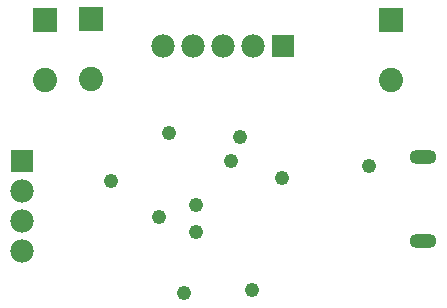
<source format=gbs>
%FSLAX25Y25*%
%MOIN*%
G70*
G01*
G75*
G04 Layer_Color=16711935*
%ADD10R,0.05709X0.04528*%
%ADD11R,0.07480X0.06890*%
%ADD12R,0.05512X0.01575*%
%ADD13R,0.01100X0.05800*%
%ADD14R,0.05800X0.01100*%
%ADD15R,0.03937X0.08661*%
%ADD16R,0.12992X0.08661*%
%ADD17R,0.10000X0.06000*%
%ADD18R,0.03000X0.03000*%
%ADD19R,0.03000X0.03000*%
%ADD20R,0.06000X0.10000*%
%ADD21R,0.05000X0.04000*%
%ADD22C,0.01000*%
%ADD23C,0.02000*%
%ADD24C,0.02500*%
%ADD25C,0.00800*%
%ADD26R,0.20000X0.20000*%
%ADD27C,0.07284*%
%ADD28R,0.07284X0.07284*%
%ADD29O,0.08268X0.04134*%
%ADD30C,0.07000*%
%ADD31R,0.07000X0.07000*%
%ADD32R,0.07000X0.07000*%
%ADD33C,0.04000*%
%ADD34C,0.00984*%
%ADD35C,0.00787*%
%ADD36C,0.00400*%
%ADD37C,0.00600*%
%ADD38C,0.00500*%
%ADD39C,0.01500*%
%ADD40R,0.09962X0.10000*%
%ADD41R,0.10000X0.09962*%
%ADD42R,0.20000X0.20500*%
%ADD43R,0.06509X0.05328*%
%ADD44R,0.08280X0.07690*%
%ADD45R,0.06312X0.02375*%
%ADD46R,0.01900X0.06600*%
%ADD47R,0.06600X0.01900*%
%ADD48R,0.04737X0.09461*%
%ADD49R,0.13792X0.09461*%
%ADD50R,0.10800X0.06800*%
%ADD51R,0.03800X0.03800*%
%ADD52R,0.03800X0.03800*%
%ADD53R,0.06800X0.10800*%
%ADD54R,0.05800X0.04800*%
%ADD55C,0.08083*%
%ADD56R,0.08083X0.08083*%
%ADD57O,0.09068X0.04934*%
%ADD58C,0.07800*%
%ADD59R,0.07800X0.07800*%
%ADD60R,0.07800X0.07800*%
%ADD61C,0.04800*%
D55*
X118500Y215000D02*
D03*
X134000Y215500D02*
D03*
X234000Y215000D02*
D03*
D56*
X118500Y235000D02*
D03*
X134000Y235500D02*
D03*
X234000Y235000D02*
D03*
D57*
X244500Y189646D02*
D03*
Y161496D02*
D03*
D58*
X158000Y226500D02*
D03*
X168000Y226500D02*
D03*
X188000Y226500D02*
D03*
X178000Y226500D02*
D03*
X111000Y158000D02*
D03*
X111000Y178000D02*
D03*
X111000Y168000D02*
D03*
D59*
X198000Y226500D02*
D03*
D60*
X111000Y188000D02*
D03*
D61*
X160000Y197500D02*
D03*
X140500Y181500D02*
D03*
X165000Y144000D02*
D03*
X187500Y145000D02*
D03*
X180500Y188000D02*
D03*
X156500Y169500D02*
D03*
X183500Y196000D02*
D03*
X197500Y182500D02*
D03*
X169000Y164500D02*
D03*
Y173500D02*
D03*
X226500Y186500D02*
D03*
M02*

</source>
